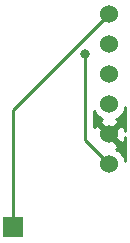
<source format=gbr>
G04 #@! TF.GenerationSoftware,KiCad,Pcbnew,(5.1.5)-3*
G04 #@! TF.CreationDate,2020-12-21T12:43:05+01:00*
G04 #@! TF.ProjectId,epimetheus_vl53l0x,6570696d-6574-4686-9575-735f766c3533,rev?*
G04 #@! TF.SameCoordinates,Original*
G04 #@! TF.FileFunction,Copper,L2,Bot*
G04 #@! TF.FilePolarity,Positive*
%FSLAX46Y46*%
G04 Gerber Fmt 4.6, Leading zero omitted, Abs format (unit mm)*
G04 Created by KiCad (PCBNEW (5.1.5)-3) date 2020-12-21 12:43:05*
%MOMM*%
%LPD*%
G04 APERTURE LIST*
%ADD10C,1.524000*%
%ADD11R,1.700000X1.700000*%
%ADD12C,0.800000*%
%ADD13C,0.250000*%
%ADD14C,0.254000*%
G04 APERTURE END LIST*
D10*
X179070000Y-25146000D03*
X179070000Y-27686000D03*
X179070000Y-30226000D03*
X179070000Y-32766000D03*
X179070000Y-35306000D03*
X179070000Y-37846000D03*
D11*
X170942000Y-43180000D03*
D12*
X177038000Y-28485000D03*
D13*
X179070000Y-37846000D02*
X177038000Y-35814000D01*
X177038000Y-35814000D02*
X177038000Y-28702000D01*
X177038000Y-28702000D02*
X177038000Y-28485000D01*
X170942000Y-33274000D02*
X170942000Y-43180000D01*
X179070000Y-25146000D02*
X170942000Y-33274000D01*
D14*
G36*
X180442000Y-35035415D02*
G01*
X180430922Y-34961867D01*
X180337636Y-34702977D01*
X180275656Y-34587020D01*
X180035565Y-34520040D01*
X179249605Y-35306000D01*
X180035565Y-36091960D01*
X180275656Y-36024980D01*
X180392756Y-35775952D01*
X180442000Y-35577474D01*
X180442000Y-37582726D01*
X180413314Y-37438510D01*
X180308005Y-37184273D01*
X180155120Y-36955465D01*
X179960535Y-36760880D01*
X179731727Y-36607995D01*
X179660057Y-36578308D01*
X179673023Y-36573636D01*
X179788980Y-36511656D01*
X179855960Y-36271565D01*
X179070000Y-35485605D01*
X179055858Y-35499748D01*
X178876253Y-35320143D01*
X178890395Y-35306000D01*
X178104435Y-34520040D01*
X177864344Y-34587020D01*
X177798000Y-34728109D01*
X177798000Y-33345656D01*
X177831995Y-33427727D01*
X177984880Y-33656535D01*
X178179465Y-33851120D01*
X178408273Y-34004005D01*
X178479943Y-34033692D01*
X178466977Y-34038364D01*
X178351020Y-34100344D01*
X178284040Y-34340435D01*
X179070000Y-35126395D01*
X179855960Y-34340435D01*
X179788980Y-34100344D01*
X179653240Y-34036515D01*
X179731727Y-34004005D01*
X179960535Y-33851120D01*
X180155120Y-33656535D01*
X180308005Y-33427727D01*
X180413314Y-33173490D01*
X180442000Y-33029273D01*
X180442000Y-35035415D01*
G37*
X180442000Y-35035415D02*
X180430922Y-34961867D01*
X180337636Y-34702977D01*
X180275656Y-34587020D01*
X180035565Y-34520040D01*
X179249605Y-35306000D01*
X180035565Y-36091960D01*
X180275656Y-36024980D01*
X180392756Y-35775952D01*
X180442000Y-35577474D01*
X180442000Y-37582726D01*
X180413314Y-37438510D01*
X180308005Y-37184273D01*
X180155120Y-36955465D01*
X179960535Y-36760880D01*
X179731727Y-36607995D01*
X179660057Y-36578308D01*
X179673023Y-36573636D01*
X179788980Y-36511656D01*
X179855960Y-36271565D01*
X179070000Y-35485605D01*
X179055858Y-35499748D01*
X178876253Y-35320143D01*
X178890395Y-35306000D01*
X178104435Y-34520040D01*
X177864344Y-34587020D01*
X177798000Y-34728109D01*
X177798000Y-33345656D01*
X177831995Y-33427727D01*
X177984880Y-33656535D01*
X178179465Y-33851120D01*
X178408273Y-34004005D01*
X178479943Y-34033692D01*
X178466977Y-34038364D01*
X178351020Y-34100344D01*
X178284040Y-34340435D01*
X179070000Y-35126395D01*
X179855960Y-34340435D01*
X179788980Y-34100344D01*
X179653240Y-34036515D01*
X179731727Y-34004005D01*
X179960535Y-33851120D01*
X180155120Y-33656535D01*
X180308005Y-33427727D01*
X180413314Y-33173490D01*
X180442000Y-33029273D01*
X180442000Y-35035415D01*
M02*

</source>
